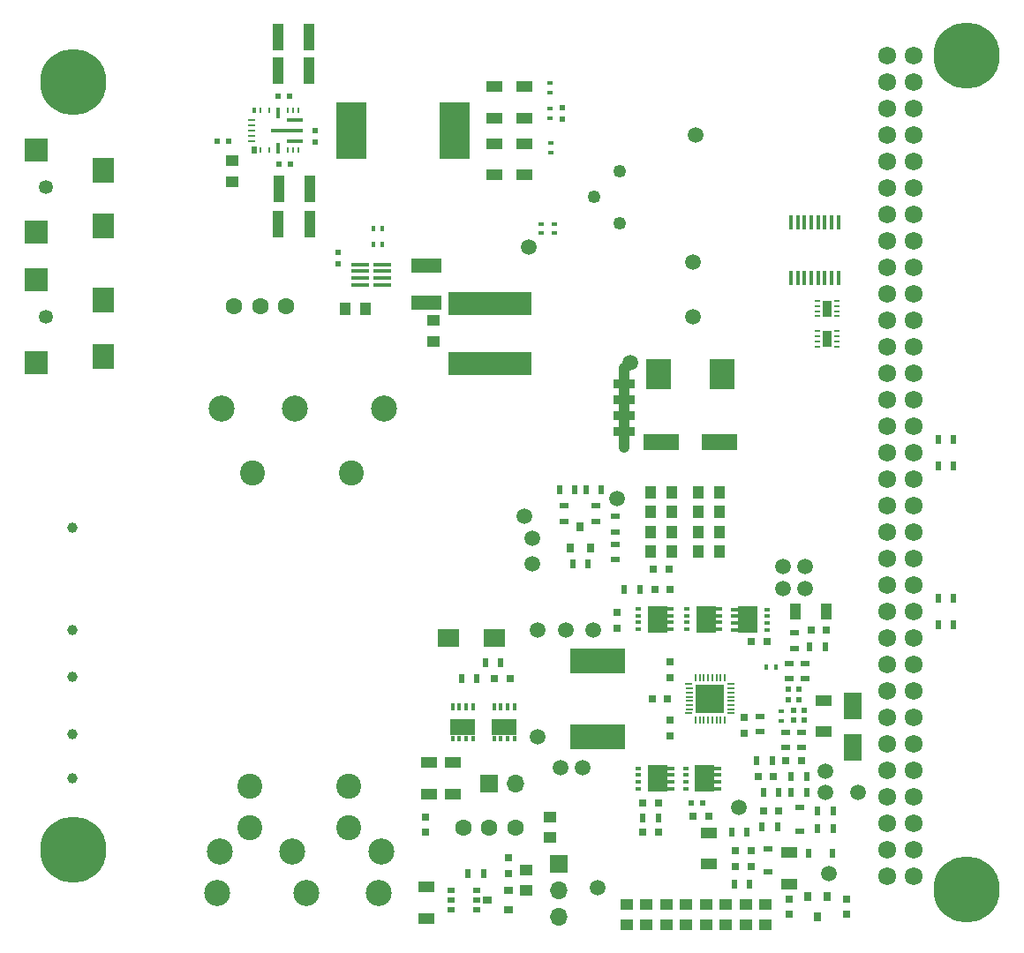
<source format=gbr>
G04 #@! TF.FileFunction,Soldermask,Top*
%FSLAX46Y46*%
G04 Gerber Fmt 4.6, Leading zero omitted, Abs format (unit mm)*
G04 Created by KiCad (PCBNEW 4.0.7-e2-6376~58~ubuntu16.04.1) date Tue May 15 22:20:39 2018*
%MOMM*%
%LPD*%
G01*
G04 APERTURE LIST*
%ADD10C,0.100000*%
%ADD11C,1.000000*%
%ADD12C,1.000000*%
%ADD13R,1.250000X1.000000*%
%ADD14R,1.700000X2.500000*%
%ADD15R,2.400000X2.900000*%
%ADD16R,0.500000X0.700000*%
%ADD17R,0.250000X0.600000*%
%ADD18R,0.400000X1.000000*%
%ADD19R,1.650000X0.400000*%
%ADD20R,3.150000X0.400000*%
%ADD21R,0.400000X0.600000*%
%ADD22R,0.750000X0.250000*%
%ADD23R,0.900000X0.500000*%
%ADD24C,1.600000*%
%ADD25R,2.900000X5.400000*%
%ADD26C,1.500000*%
%ADD27R,0.500000X0.900000*%
%ADD28R,0.350000X1.400000*%
%ADD29R,0.800000X0.900000*%
%ADD30R,1.600000X1.000000*%
%ADD31R,0.750000X0.800000*%
%ADD32R,1.727000X0.457000*%
%ADD33R,0.600000X0.400000*%
%ADD34R,8.001000X2.209800*%
%ADD35R,0.500000X0.600000*%
%ADD36R,0.600000X0.500000*%
%ADD37R,1.000000X2.500000*%
%ADD38C,6.350000*%
%ADD39C,1.720000*%
%ADD40R,0.800000X0.750000*%
%ADD41R,1.000000X1.250000*%
%ADD42R,3.500000X1.600000*%
%ADD43R,2.100000X1.800000*%
%ADD44R,5.330000X2.420000*%
%ADD45R,0.900000X0.800000*%
%ADD46R,1.000000X1.600000*%
%ADD47R,2.200000X2.300000*%
%ADD48C,1.350000*%
%ADD49R,2.000000X2.400000*%
%ADD50R,1.700000X1.700000*%
%ADD51O,1.700000X1.700000*%
%ADD52R,2.900000X1.400000*%
%ADD53R,0.900000X1.600000*%
%ADD54R,0.500000X0.250000*%
%ADD55R,0.830000X0.630000*%
%ADD56R,0.630000X0.830000*%
%ADD57R,0.800000X0.550000*%
%ADD58R,0.635000X0.300000*%
%ADD59R,1.825000X2.550000*%
%ADD60R,0.600000X0.300000*%
%ADD61R,0.420000X0.700000*%
%ADD62R,0.420000X0.600000*%
%ADD63R,2.370000X1.650000*%
%ADD64C,1.250000*%
%ADD65C,2.500000*%
%ADD66C,2.400000*%
%ADD67R,2.800000X2.800000*%
%ADD68R,0.750000X0.200000*%
%ADD69R,0.200000X0.750000*%
%ADD70R,0.200000X0.800000*%
%ADD71R,0.800000X0.200000*%
G04 APERTURE END LIST*
D10*
D11*
X162912000Y-79882000D02*
X162912000Y-87502000D01*
D12*
X110000000Y-109500000D03*
X110000000Y-119250000D03*
X110000000Y-95250000D03*
X110000000Y-105000000D03*
D13*
X144624000Y-77326000D03*
X144624000Y-75326000D03*
D14*
X184883000Y-116299000D03*
X184883000Y-112299000D03*
D15*
X172310000Y-80517000D03*
X166210000Y-80517000D03*
D16*
X127485600Y-58998200D03*
D17*
X128060600Y-58998200D03*
X128910600Y-58998200D03*
D18*
X129735600Y-58798200D03*
D17*
X130660600Y-58998200D03*
X131160600Y-58998200D03*
X131660600Y-58998200D03*
D19*
X131360600Y-58098200D03*
D20*
X130610600Y-57098200D03*
D19*
X131360600Y-56098200D03*
D17*
X131660600Y-55198200D03*
X131160600Y-55198200D03*
X130660600Y-55198200D03*
D18*
X129735600Y-55398200D03*
D17*
X128910600Y-55198200D03*
X128060600Y-55198200D03*
D21*
X127485600Y-55198200D03*
D22*
X127160600Y-56098200D03*
X127160600Y-56598200D03*
X127160600Y-57098200D03*
X127160600Y-57598200D03*
X127160600Y-58098200D03*
D23*
X178406000Y-114819000D03*
X178406000Y-116319000D03*
D24*
X125500000Y-74000000D03*
X130500000Y-74000000D03*
X128000000Y-74000000D03*
D25*
X146650460Y-57133760D03*
X136750460Y-57133760D03*
D26*
X182597000Y-128396000D03*
X162277000Y-92455000D03*
D23*
X180311000Y-108215000D03*
X180311000Y-109715000D03*
X160245000Y-93102000D03*
X160245000Y-94602000D03*
X157197000Y-93102000D03*
X157197000Y-94602000D03*
D27*
X181466000Y-124078000D03*
X182966000Y-124078000D03*
X176271000Y-120649000D03*
X177771000Y-120649000D03*
D28*
X180875000Y-71279000D03*
X181525000Y-71279000D03*
X182825000Y-71279000D03*
X182175000Y-71279000D03*
X180225000Y-71279000D03*
X178925000Y-71279000D03*
X179575000Y-71279000D03*
X183475000Y-71279000D03*
X180225000Y-65879000D03*
X181525000Y-65879000D03*
X182825000Y-65879000D03*
X182175000Y-65879000D03*
X183475000Y-65879000D03*
X178925000Y-65879000D03*
X179575000Y-65879000D03*
X180875000Y-65879000D03*
D29*
X181454000Y-132571000D03*
X182404000Y-130571000D03*
X180504000Y-130571000D03*
D26*
X158975000Y-118236000D03*
X169500000Y-69750000D03*
X163547000Y-79374000D03*
X185391000Y-120649000D03*
X154149000Y-96265000D03*
X182216000Y-118617000D03*
X180311000Y-98932000D03*
X153387000Y-94106000D03*
X178152000Y-98932000D03*
X173961000Y-122046000D03*
X160372000Y-129793000D03*
X178152000Y-101091000D03*
X157324000Y-105028000D03*
X180311000Y-101091000D03*
X159991000Y-105028000D03*
X156816000Y-118236000D03*
X154149000Y-98678000D03*
X154657000Y-105028000D03*
X154657000Y-115315000D03*
X182216000Y-120649000D03*
D30*
X178787000Y-126388000D03*
X178787000Y-129388000D03*
D27*
X163662000Y-85978000D03*
X162162000Y-85978000D03*
X163662000Y-84454000D03*
X162162000Y-84454000D03*
X163662000Y-82930000D03*
X162162000Y-82930000D03*
D31*
X184248000Y-130821000D03*
X184248000Y-132321000D03*
D32*
X139747000Y-71896000D03*
X139747000Y-71246000D03*
X139747000Y-70596000D03*
X139747000Y-69946000D03*
X137639000Y-69946000D03*
X137639000Y-70596000D03*
X137639000Y-71246000D03*
X137639000Y-71896000D03*
D33*
X155876200Y-58334760D03*
X155876200Y-59234760D03*
X155800000Y-53450000D03*
X155800000Y-52550000D03*
X155807620Y-55887040D03*
X155807620Y-54987040D03*
D21*
X139740000Y-68071000D03*
X138840000Y-68071000D03*
D34*
X150085000Y-79437500D03*
X150085000Y-73722500D03*
D30*
X150511720Y-55898180D03*
X150511720Y-52898180D03*
D35*
X157000000Y-56050000D03*
X157000000Y-54950000D03*
X133318460Y-58224780D03*
X133318460Y-57124780D03*
D13*
X125294600Y-60009800D03*
X125294600Y-62009800D03*
D36*
X124950520Y-58106580D03*
X123850520Y-58106580D03*
X129728080Y-53847000D03*
X130828080Y-53847000D03*
D37*
X129728040Y-51378120D03*
X132728040Y-51378120D03*
D36*
X129781420Y-60369720D03*
X130881420Y-60369720D03*
D37*
X129789000Y-62737000D03*
X132789000Y-62737000D03*
D35*
X135480000Y-69891000D03*
X135480000Y-68791000D03*
D38*
X195810000Y-129920000D03*
X195810000Y-49910000D03*
X110080000Y-52450000D03*
X110080000Y-126110000D03*
D39*
X188190000Y-49910000D03*
X188190000Y-52450000D03*
X188190000Y-54990000D03*
X188190000Y-57530000D03*
X188190000Y-60070000D03*
X188190000Y-62610000D03*
X188190000Y-65150000D03*
X188190000Y-67690000D03*
X188190000Y-70230000D03*
X188190000Y-72770000D03*
X188190000Y-75310000D03*
X188190000Y-77850000D03*
X188190000Y-80390000D03*
X188190000Y-82930000D03*
X188190000Y-85470000D03*
X188190000Y-88010000D03*
X188190000Y-90550000D03*
X188190000Y-93090000D03*
X188190000Y-95630000D03*
X188190000Y-98170000D03*
X188190000Y-100710000D03*
X188190000Y-103250000D03*
X188190000Y-105790000D03*
X188190000Y-108330000D03*
X188190000Y-110870000D03*
X188190000Y-113410000D03*
X188190000Y-115950000D03*
X188190000Y-118490000D03*
X188190000Y-121030000D03*
X188190000Y-123570000D03*
X188190000Y-126110000D03*
X188190000Y-128650000D03*
X190730000Y-49910000D03*
X190730000Y-52450000D03*
X190730000Y-54990000D03*
X190730000Y-57530000D03*
X190730000Y-60070000D03*
X190730000Y-62610000D03*
X190730000Y-65150000D03*
X190730000Y-67690000D03*
X190730000Y-70230000D03*
X190730000Y-72770000D03*
X190730000Y-75310000D03*
X190730000Y-77850000D03*
X190730000Y-80390000D03*
X190730000Y-82930000D03*
X190730000Y-85470000D03*
X190730000Y-88010000D03*
X190730000Y-90550000D03*
X190730000Y-93090000D03*
X190730000Y-95630000D03*
X190730000Y-98170000D03*
X190730000Y-100710000D03*
X190730000Y-103250000D03*
X190730000Y-105790000D03*
X190730000Y-108330000D03*
X190730000Y-110870000D03*
X190730000Y-113410000D03*
X190730000Y-115950000D03*
X190730000Y-118490000D03*
X190730000Y-121030000D03*
X190730000Y-123570000D03*
X190730000Y-126110000D03*
X190730000Y-128650000D03*
D31*
X143862000Y-122947000D03*
X143862000Y-124447000D03*
D40*
X151978000Y-109727000D03*
X150478000Y-109727000D03*
D13*
X165071000Y-131333000D03*
X165071000Y-133333000D03*
X176495356Y-131345216D03*
X176495356Y-133345216D03*
D40*
X176259000Y-122427000D03*
X177759000Y-122427000D03*
D13*
X174590356Y-131345216D03*
X174590356Y-133345216D03*
X172685356Y-131345216D03*
X172685356Y-133345216D03*
X163166000Y-131333000D03*
X163166000Y-133333000D03*
X170780356Y-131345216D03*
X170780356Y-133345216D03*
X168875356Y-131345216D03*
X168875356Y-133345216D03*
X166970356Y-131345216D03*
X166970356Y-133345216D03*
D40*
X175092000Y-126237000D03*
X173592000Y-126237000D03*
X175092000Y-127761000D03*
X173592000Y-127761000D03*
X177263000Y-119125000D03*
X175763000Y-119125000D03*
D36*
X180201000Y-112775000D03*
X179151000Y-112775000D03*
X180201000Y-113664000D03*
X179151000Y-113664000D03*
D31*
X151863000Y-126884000D03*
X151863000Y-128384000D03*
X178787000Y-130821000D03*
X178787000Y-132321000D03*
D40*
X171028000Y-122935000D03*
X169528000Y-122935000D03*
D13*
X153514000Y-130031000D03*
X153514000Y-128031000D03*
D36*
X170422000Y-121665000D03*
X169372000Y-121665000D03*
D40*
X164702000Y-121665000D03*
X166202000Y-121665000D03*
X166202000Y-124459000D03*
X164702000Y-124459000D03*
D31*
X167357000Y-115176000D03*
X167357000Y-113676000D03*
X167357000Y-108088000D03*
X167357000Y-109588000D03*
D36*
X178643000Y-111759000D03*
X179693000Y-111759000D03*
D40*
X167350000Y-101100000D03*
X165850000Y-101100000D03*
X167091000Y-111632000D03*
X165591000Y-111632000D03*
D31*
X174469000Y-113422000D03*
X174469000Y-114922000D03*
X162277000Y-104877000D03*
X162277000Y-103377000D03*
D40*
X178418000Y-117601000D03*
X179918000Y-117601000D03*
D36*
X178643000Y-110743000D03*
X179693000Y-110743000D03*
D40*
X165706000Y-99186000D03*
X167206000Y-99186000D03*
D41*
X165452000Y-97535000D03*
X167452000Y-97535000D03*
D40*
X176628000Y-106171000D03*
X175128000Y-106171000D03*
D41*
X172056000Y-97535000D03*
X170056000Y-97535000D03*
X165452000Y-95630000D03*
X167452000Y-95630000D03*
D40*
X180843000Y-105028000D03*
X182343000Y-105028000D03*
D41*
X172056000Y-95630000D03*
X170056000Y-95630000D03*
X165484000Y-93725000D03*
X167484000Y-93725000D03*
D30*
X182089000Y-111783000D03*
X182089000Y-114783000D03*
D41*
X172024000Y-93725000D03*
X170024000Y-93725000D03*
X165484000Y-91820000D03*
X167484000Y-91820000D03*
X172024000Y-91820000D03*
X170024000Y-91820000D03*
D42*
X166468000Y-86994000D03*
X172068000Y-86994000D03*
D43*
X146107000Y-105790000D03*
X150507000Y-105790000D03*
D44*
X160372000Y-108012000D03*
X160372000Y-115252000D03*
D45*
X149831000Y-130936000D03*
X151831000Y-131886000D03*
X151831000Y-129986000D03*
D29*
X158721000Y-95138000D03*
X157771000Y-97138000D03*
X159671000Y-97138000D03*
D30*
X144243000Y-117776000D03*
X144243000Y-120776000D03*
X146529000Y-117752000D03*
X146529000Y-120752000D03*
X143989000Y-129690000D03*
X143989000Y-132690000D03*
D27*
X147303000Y-109727000D03*
X148803000Y-109727000D03*
X149589000Y-108203000D03*
X151089000Y-108203000D03*
X149438000Y-128396000D03*
X147938000Y-128396000D03*
X176132000Y-123951000D03*
X177632000Y-123951000D03*
X175624000Y-117601000D03*
X177124000Y-117601000D03*
X180426000Y-120649000D03*
X178926000Y-120649000D03*
X173465000Y-129412000D03*
X174965000Y-129412000D03*
D30*
X171040000Y-127483000D03*
X171040000Y-124483000D03*
D27*
X182966000Y-122427000D03*
X181466000Y-122427000D03*
X173211000Y-124459000D03*
X174711000Y-124459000D03*
D13*
X155800000Y-124951000D03*
X155800000Y-122951000D03*
D33*
X178025000Y-113733000D03*
X178025000Y-112833000D03*
D27*
X194523000Y-89280000D03*
X193023000Y-89280000D03*
X194523000Y-86740000D03*
X193023000Y-86740000D03*
D23*
X179930000Y-116319000D03*
X179930000Y-114819000D03*
D27*
X194523000Y-104520000D03*
X193023000Y-104520000D03*
D23*
X162077742Y-94133222D03*
X162077742Y-95633222D03*
X162077742Y-96800222D03*
X162077742Y-98300222D03*
D27*
X194523000Y-101980000D03*
X193023000Y-101980000D03*
X164702000Y-123062000D03*
X166202000Y-123062000D03*
X164450000Y-101100000D03*
X162950000Y-101100000D03*
X163662000Y-81406000D03*
X162162000Y-81406000D03*
D23*
X175993000Y-114795000D03*
X175993000Y-113295000D03*
D21*
X176559000Y-108584000D03*
X177459000Y-108584000D03*
D27*
X180426000Y-119125000D03*
X178926000Y-119125000D03*
X159471000Y-98678000D03*
X157971000Y-98678000D03*
D23*
X179295000Y-105294000D03*
X179295000Y-106794000D03*
D46*
X179319000Y-103250000D03*
X182319000Y-103250000D03*
D27*
X156713000Y-91566000D03*
X158213000Y-91566000D03*
D23*
X178787000Y-109715000D03*
X178787000Y-108215000D03*
D27*
X182204000Y-106679000D03*
X180704000Y-106679000D03*
X160741000Y-91566000D03*
X159241000Y-91566000D03*
D47*
X106500000Y-58950000D03*
D48*
X107500000Y-62500000D03*
D47*
X106500000Y-66850000D03*
D49*
X113000000Y-66300000D03*
X113000000Y-60900000D03*
D47*
X106500000Y-71450000D03*
D48*
X107500000Y-75000000D03*
D47*
X106500000Y-79350000D03*
D49*
X113000000Y-78800000D03*
X113000000Y-73400000D03*
D24*
X147500000Y-124000000D03*
X152500000Y-124000000D03*
X150000000Y-124000000D03*
D50*
X149958000Y-119760000D03*
D51*
X152498000Y-119760000D03*
D50*
X156689000Y-127507000D03*
D51*
X156689000Y-130047000D03*
X156689000Y-132587000D03*
D52*
X143989000Y-70059000D03*
X143989000Y-73659000D03*
D41*
X138131000Y-74200000D03*
X136131000Y-74200000D03*
D37*
X129766140Y-66059320D03*
X132766140Y-66059320D03*
X129725500Y-48157400D03*
X132725500Y-48157400D03*
D30*
X153333660Y-58374420D03*
X153333660Y-61374420D03*
X153333660Y-55898180D03*
X153333660Y-52898180D03*
X150483780Y-58374420D03*
X150483780Y-61374420D03*
D53*
X182393800Y-77088000D03*
D54*
X181443800Y-76338000D03*
X181443800Y-76838000D03*
X181443800Y-77338000D03*
X181443800Y-77838000D03*
X183343800Y-77838000D03*
X183343800Y-77338000D03*
X183343800Y-76838000D03*
X183343800Y-76338000D03*
D53*
X182409000Y-74179000D03*
D54*
X181459000Y-73429000D03*
X181459000Y-73929000D03*
X181459000Y-74429000D03*
X181459000Y-74929000D03*
X183359000Y-74929000D03*
X183359000Y-74429000D03*
X183359000Y-73929000D03*
X183359000Y-73429000D03*
D55*
X176755000Y-126011000D03*
X176755000Y-128241000D03*
D56*
X180635000Y-126491000D03*
X182865000Y-126491000D03*
D55*
X179803000Y-124304000D03*
X179803000Y-122074000D03*
D21*
X138840000Y-66547000D03*
X139740000Y-66547000D03*
D57*
X148745000Y-131886000D03*
X146345000Y-129986000D03*
X146345000Y-130936000D03*
X146345000Y-131886000D03*
X148745000Y-130936000D03*
X148745000Y-129986000D03*
D58*
X171891500Y-120254500D03*
X171891500Y-119604500D03*
X171891500Y-118954500D03*
X171891500Y-118304500D03*
D59*
X170661500Y-119279500D03*
D60*
X168809000Y-118304500D03*
X168809000Y-118954500D03*
X168809000Y-119604500D03*
X168809000Y-120254500D03*
D58*
X167391500Y-120254500D03*
X167391500Y-119604500D03*
X167391500Y-118954500D03*
X167391500Y-118304500D03*
D59*
X166161500Y-119279500D03*
D60*
X164309000Y-118304500D03*
X164309000Y-118954500D03*
X164309000Y-119604500D03*
X164309000Y-120254500D03*
D58*
X167332000Y-104959500D03*
X167332000Y-104309500D03*
X167332000Y-103659500D03*
X167332000Y-103009500D03*
D59*
X166102000Y-103984500D03*
D60*
X164249500Y-103009500D03*
X164249500Y-103659500D03*
X164249500Y-104309500D03*
X164249500Y-104959500D03*
D58*
X171992500Y-104959500D03*
X171992500Y-104309500D03*
X171992500Y-103659500D03*
X171992500Y-103009500D03*
D59*
X170762500Y-103984500D03*
D60*
X168910000Y-103009500D03*
X168910000Y-103659500D03*
X168910000Y-104309500D03*
X168910000Y-104959500D03*
D58*
X173519500Y-103064500D03*
X173519500Y-103714500D03*
X173519500Y-104364500D03*
X173519500Y-105014500D03*
D59*
X174749500Y-104039500D03*
D60*
X176602000Y-105014500D03*
X176602000Y-104364500D03*
X176602000Y-103714500D03*
X176602000Y-103064500D03*
D61*
X152401000Y-112392000D03*
X151751000Y-112392000D03*
X151101000Y-112392000D03*
X150451000Y-112392000D03*
D62*
X152401000Y-115442000D03*
X151751000Y-115442000D03*
X151101000Y-115442000D03*
X150451000Y-115442000D03*
D63*
X151426000Y-114317000D03*
D61*
X148415250Y-112399500D03*
X147765250Y-112399500D03*
X147115250Y-112399500D03*
X146465250Y-112399500D03*
D62*
X148415250Y-115449500D03*
X147765250Y-115449500D03*
X147115250Y-115449500D03*
X146465250Y-115449500D03*
D63*
X147440250Y-114324500D03*
D64*
X162500000Y-61000000D03*
X160000000Y-63500000D03*
X162500000Y-66000000D03*
D33*
X155000000Y-66950000D03*
X155000000Y-66050000D03*
X156250000Y-66050000D03*
X156250000Y-66950000D03*
D65*
X131300000Y-83750000D03*
X139850000Y-83750000D03*
X124350000Y-83750000D03*
D66*
X127250000Y-90000000D03*
X136750000Y-90000000D03*
D65*
X131050000Y-126250000D03*
X124100000Y-126250000D03*
X139600000Y-126250000D03*
D66*
X136500000Y-120000000D03*
X127000000Y-120000000D03*
D65*
X132450000Y-130250000D03*
X139400000Y-130250000D03*
X123900000Y-130250000D03*
D66*
X127000000Y-124000000D03*
X136500000Y-124000000D03*
D67*
X171167000Y-111632000D03*
D68*
X169142000Y-110232000D03*
D69*
X172567000Y-109607000D03*
D68*
X173192000Y-113032000D03*
D69*
X169767000Y-113657000D03*
D70*
X170167000Y-113632000D03*
X170567000Y-113632000D03*
X170967000Y-113632000D03*
X171367000Y-113632000D03*
X171767000Y-113632000D03*
X172167000Y-113632000D03*
D69*
X172567000Y-113657000D03*
D71*
X173167000Y-112632000D03*
X173167000Y-112232000D03*
X173167000Y-111832000D03*
X173167000Y-111432000D03*
X173167000Y-111032000D03*
X173167000Y-110632000D03*
D68*
X173192000Y-110232000D03*
D70*
X172167000Y-109632000D03*
X171767000Y-109632000D03*
X171367000Y-109632000D03*
X170967000Y-109632000D03*
X170567000Y-109632000D03*
X170167000Y-109632000D03*
D69*
X169767000Y-109607000D03*
D71*
X169167000Y-110632000D03*
X169167000Y-111032000D03*
X169167000Y-111432000D03*
X169167000Y-111832000D03*
X169167000Y-112232000D03*
X169167000Y-112632000D03*
D68*
X169142000Y-113032000D03*
D26*
X153750000Y-68250000D03*
X169500000Y-75000000D03*
X169750000Y-57500000D03*
D12*
X110000000Y-115000000D03*
M02*

</source>
